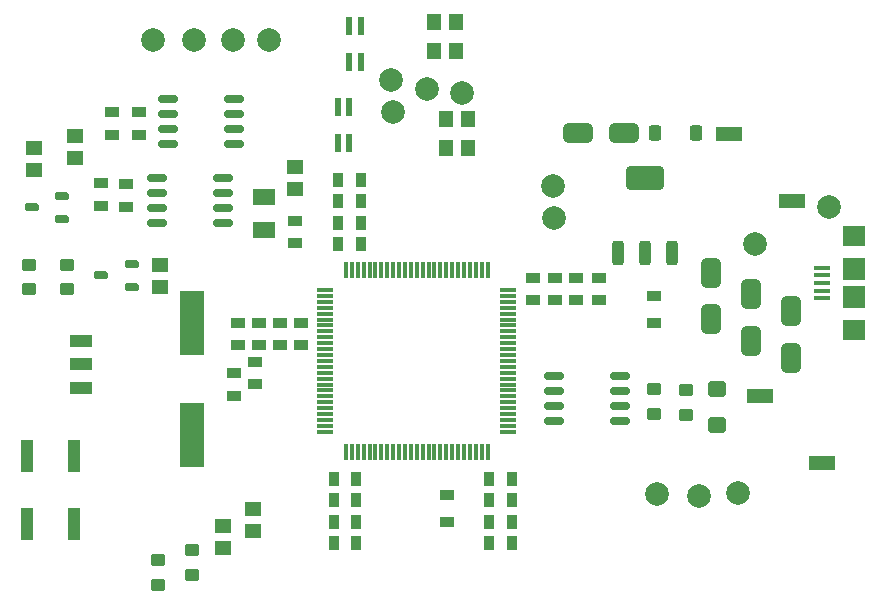
<source format=gtp>
G04*
G04 #@! TF.GenerationSoftware,Altium Limited,Altium Designer,23.11.1 (41)*
G04*
G04 Layer_Color=8421504*
%FSLAX44Y44*%
%MOMM*%
G71*
G04*
G04 #@! TF.SameCoordinates,F90B74AA-C0B1-4B74-A68C-C3C570C8A3A3*
G04*
G04*
G04 #@! TF.FilePolarity,Positive*
G04*
G01*
G75*
%ADD17R,2.2000X1.3000*%
G04:AMPARAMS|DCode=18|XSize=1.2mm|YSize=1.1mm|CornerRadius=0.275mm|HoleSize=0mm|Usage=FLASHONLY|Rotation=180.000|XOffset=0mm|YOffset=0mm|HoleType=Round|Shape=RoundedRectangle|*
%AMROUNDEDRECTD18*
21,1,1.2000,0.5500,0,0,180.0*
21,1,0.6500,1.1000,0,0,180.0*
1,1,0.5500,-0.3250,0.2750*
1,1,0.5500,0.3250,0.2750*
1,1,0.5500,0.3250,-0.2750*
1,1,0.5500,-0.3250,-0.2750*
%
%ADD18ROUNDEDRECTD18*%
%ADD19R,1.3000X0.9000*%
%ADD20R,2.0000X5.5000*%
%ADD21R,1.3500X1.1500*%
G04:AMPARAMS|DCode=22|XSize=0.65mm|YSize=1.2mm|CornerRadius=0.1625mm|HoleSize=0mm|Usage=FLASHONLY|Rotation=270.000|XOffset=0mm|YOffset=0mm|HoleType=Round|Shape=RoundedRectangle|*
%AMROUNDEDRECTD22*
21,1,0.6500,0.8750,0,0,270.0*
21,1,0.3250,1.2000,0,0,270.0*
1,1,0.3250,-0.4375,-0.1625*
1,1,0.3250,-0.4375,0.1625*
1,1,0.3250,0.4375,0.1625*
1,1,0.3250,0.4375,-0.1625*
%
%ADD22ROUNDEDRECTD22*%
%ADD23R,1.1500X1.3500*%
%ADD24C,2.0000*%
G04:AMPARAMS|DCode=25|XSize=1mm|YSize=2.1mm|CornerRadius=0.25mm|HoleSize=0mm|Usage=FLASHONLY|Rotation=180.000|XOffset=0mm|YOffset=0mm|HoleType=Round|Shape=RoundedRectangle|*
%AMROUNDEDRECTD25*
21,1,1.0000,1.6000,0,0,180.0*
21,1,0.5000,2.1000,0,0,180.0*
1,1,0.5000,-0.2500,0.8000*
1,1,0.5000,0.2500,0.8000*
1,1,0.5000,0.2500,-0.8000*
1,1,0.5000,-0.2500,-0.8000*
%
%ADD25ROUNDEDRECTD25*%
G04:AMPARAMS|DCode=26|XSize=3.3mm|YSize=2.1mm|CornerRadius=0.525mm|HoleSize=0mm|Usage=FLASHONLY|Rotation=180.000|XOffset=0mm|YOffset=0mm|HoleType=Round|Shape=RoundedRectangle|*
%AMROUNDEDRECTD26*
21,1,3.3000,1.0500,0,0,180.0*
21,1,2.2500,2.1000,0,0,180.0*
1,1,1.0500,-1.1250,0.5250*
1,1,1.0500,1.1250,0.5250*
1,1,1.0500,1.1250,-0.5250*
1,1,1.0500,-1.1250,-0.5250*
%
%ADD26ROUNDEDRECTD26*%
G04:AMPARAMS|DCode=27|XSize=0.65mm|YSize=1.7mm|CornerRadius=0.1625mm|HoleSize=0mm|Usage=FLASHONLY|Rotation=270.000|XOffset=0mm|YOffset=0mm|HoleType=Round|Shape=RoundedRectangle|*
%AMROUNDEDRECTD27*
21,1,0.6500,1.3750,0,0,270.0*
21,1,0.3250,1.7000,0,0,270.0*
1,1,0.3250,-0.6875,-0.1625*
1,1,0.3250,-0.6875,0.1625*
1,1,0.3250,0.6875,0.1625*
1,1,0.3250,0.6875,-0.1625*
%
%ADD27ROUNDEDRECTD27*%
%ADD28R,0.9000X1.3000*%
%ADD29R,1.4750X0.3000*%
%ADD30R,0.3000X1.4750*%
G04:AMPARAMS|DCode=31|XSize=1.3mm|YSize=1.1mm|CornerRadius=0.275mm|HoleSize=0mm|Usage=FLASHONLY|Rotation=270.000|XOffset=0mm|YOffset=0mm|HoleType=Round|Shape=RoundedRectangle|*
%AMROUNDEDRECTD31*
21,1,1.3000,0.5500,0,0,270.0*
21,1,0.7500,1.1000,0,0,270.0*
1,1,0.5500,-0.2750,-0.3750*
1,1,0.5500,-0.2750,0.3750*
1,1,0.5500,0.2750,0.3750*
1,1,0.5500,0.2750,-0.3750*
%
%ADD31ROUNDEDRECTD31*%
%ADD32R,1.9500X1.4000*%
%ADD33R,1.9000X1.0000*%
%ADD34R,1.0000X2.7500*%
%ADD35R,0.5500X1.5000*%
G04:AMPARAMS|DCode=36|XSize=1.7mm|YSize=2.5mm|CornerRadius=0.425mm|HoleSize=0mm|Usage=FLASHONLY|Rotation=90.000|XOffset=0mm|YOffset=0mm|HoleType=Round|Shape=RoundedRectangle|*
%AMROUNDEDRECTD36*
21,1,1.7000,1.6500,0,0,90.0*
21,1,0.8500,2.5000,0,0,90.0*
1,1,0.8500,0.8250,0.4250*
1,1,0.8500,0.8250,-0.4250*
1,1,0.8500,-0.8250,-0.4250*
1,1,0.8500,-0.8250,0.4250*
%
%ADD36ROUNDEDRECTD36*%
G04:AMPARAMS|DCode=37|XSize=1.7mm|YSize=2.5mm|CornerRadius=0.425mm|HoleSize=0mm|Usage=FLASHONLY|Rotation=0.000|XOffset=0mm|YOffset=0mm|HoleType=Round|Shape=RoundedRectangle|*
%AMROUNDEDRECTD37*
21,1,1.7000,1.6500,0,0,0.0*
21,1,0.8500,2.5000,0,0,0.0*
1,1,0.8500,0.4250,-0.8250*
1,1,0.8500,-0.4250,-0.8250*
1,1,0.8500,-0.4250,0.8250*
1,1,0.8500,0.4250,0.8250*
%
%ADD37ROUNDEDRECTD37*%
%ADD38R,1.9000X1.9000*%
%ADD39R,1.9000X1.8000*%
%ADD40R,1.3500X0.4000*%
G04:AMPARAMS|DCode=41|XSize=1.6mm|YSize=1.4mm|CornerRadius=0.35mm|HoleSize=0mm|Usage=FLASHONLY|Rotation=180.000|XOffset=0mm|YOffset=0mm|HoleType=Round|Shape=RoundedRectangle|*
%AMROUNDEDRECTD41*
21,1,1.6000,0.7000,0,0,180.0*
21,1,0.9000,1.4000,0,0,180.0*
1,1,0.7000,-0.4500,0.3500*
1,1,0.7000,0.4500,0.3500*
1,1,0.7000,0.4500,-0.3500*
1,1,0.7000,-0.4500,-0.3500*
%
%ADD41ROUNDEDRECTD41*%
D17*
X693433Y163683D02*
D03*
X640500Y220250D02*
D03*
X667433Y385683D02*
D03*
X614500Y442250D02*
D03*
D18*
X131000Y81500D02*
D03*
Y60500D02*
D03*
X578000Y204000D02*
D03*
Y225000D02*
D03*
X54000Y310500D02*
D03*
Y331500D02*
D03*
X22000D02*
D03*
Y310500D02*
D03*
X160000Y68500D02*
D03*
Y89500D02*
D03*
X551000Y205000D02*
D03*
Y226000D02*
D03*
D19*
X252000Y282500D02*
D03*
Y263500D02*
D03*
X199000Y282500D02*
D03*
Y263500D02*
D03*
X216000Y282500D02*
D03*
Y263500D02*
D03*
X234000Y282500D02*
D03*
Y263500D02*
D03*
X504000Y301500D02*
D03*
Y320500D02*
D03*
X485000Y301500D02*
D03*
Y320500D02*
D03*
X467000Y301500D02*
D03*
Y320500D02*
D03*
X448000Y301500D02*
D03*
Y320500D02*
D03*
X376000Y113500D02*
D03*
Y136500D02*
D03*
X551000Y282000D02*
D03*
Y305000D02*
D03*
X247000Y349500D02*
D03*
Y368500D02*
D03*
X104000Y399500D02*
D03*
Y380500D02*
D03*
X83000Y400500D02*
D03*
Y381500D02*
D03*
X213000Y249500D02*
D03*
Y230500D02*
D03*
X195000Y239500D02*
D03*
Y220500D02*
D03*
X92000Y460500D02*
D03*
Y441500D02*
D03*
X115000Y460500D02*
D03*
Y441500D02*
D03*
D20*
X160000Y187500D02*
D03*
Y282500D02*
D03*
D21*
X186000Y91750D02*
D03*
Y110250D02*
D03*
X211000Y105750D02*
D03*
Y124250D02*
D03*
X247000Y395750D02*
D03*
Y414250D02*
D03*
X61000Y440250D02*
D03*
Y421750D02*
D03*
X26000Y430250D02*
D03*
Y411750D02*
D03*
X133000Y331250D02*
D03*
Y312750D02*
D03*
D22*
X83000Y322500D02*
D03*
X109000Y332000D02*
D03*
Y313000D02*
D03*
X50000Y370500D02*
D03*
Y389500D02*
D03*
X24000Y380000D02*
D03*
D23*
X383250Y537000D02*
D03*
X364750D02*
D03*
X364500Y512000D02*
D03*
X383000D02*
D03*
X393250Y455000D02*
D03*
X374750D02*
D03*
X393250Y430000D02*
D03*
X374750D02*
D03*
D24*
X636000Y349000D02*
D03*
X465000Y398000D02*
D03*
X466000Y371000D02*
D03*
X699000Y380000D02*
D03*
X622000Y138000D02*
D03*
X330000Y461000D02*
D03*
X388000Y477000D02*
D03*
X328000Y488000D02*
D03*
X359000Y480000D02*
D03*
X127000Y522000D02*
D03*
X161000D02*
D03*
X225000D02*
D03*
X194000D02*
D03*
X553000Y137000D02*
D03*
X589000Y136000D02*
D03*
D25*
X520000Y341500D02*
D03*
X543000D02*
D03*
X566000D02*
D03*
D26*
X543000Y404500D02*
D03*
D27*
X466000Y237050D02*
D03*
Y224350D02*
D03*
Y211650D02*
D03*
Y198950D02*
D03*
X522000Y237050D02*
D03*
Y224350D02*
D03*
Y211650D02*
D03*
Y198950D02*
D03*
X186000Y366950D02*
D03*
Y379650D02*
D03*
Y392350D02*
D03*
Y405050D02*
D03*
X130000Y366950D02*
D03*
Y379650D02*
D03*
Y392350D02*
D03*
Y405050D02*
D03*
X195000Y433950D02*
D03*
Y446650D02*
D03*
Y459350D02*
D03*
Y472050D02*
D03*
X139000Y433950D02*
D03*
Y446650D02*
D03*
Y459350D02*
D03*
Y472050D02*
D03*
D28*
X302500Y403000D02*
D03*
X283500D02*
D03*
X302500Y385000D02*
D03*
X283500D02*
D03*
X302500Y367000D02*
D03*
X283500D02*
D03*
X302500Y349000D02*
D03*
X283500D02*
D03*
X279500Y96000D02*
D03*
X298500D02*
D03*
X279500Y114000D02*
D03*
X298500D02*
D03*
X279500Y132000D02*
D03*
X298500D02*
D03*
X279500Y150000D02*
D03*
X298500D02*
D03*
X411500Y96000D02*
D03*
X430500D02*
D03*
X411500Y114000D02*
D03*
X430500D02*
D03*
X411500Y132000D02*
D03*
X430500D02*
D03*
X411500Y150000D02*
D03*
X430500D02*
D03*
D29*
X272620Y310000D02*
D03*
Y305000D02*
D03*
Y300000D02*
D03*
Y295000D02*
D03*
Y290000D02*
D03*
Y285000D02*
D03*
Y280000D02*
D03*
Y275000D02*
D03*
Y270000D02*
D03*
Y265000D02*
D03*
Y260000D02*
D03*
Y255000D02*
D03*
Y250000D02*
D03*
Y245000D02*
D03*
Y240000D02*
D03*
Y235000D02*
D03*
Y230000D02*
D03*
Y225000D02*
D03*
Y220000D02*
D03*
Y215000D02*
D03*
Y210000D02*
D03*
Y205000D02*
D03*
Y200000D02*
D03*
Y195000D02*
D03*
Y190000D02*
D03*
X427380D02*
D03*
Y195000D02*
D03*
Y200000D02*
D03*
Y205000D02*
D03*
Y210000D02*
D03*
Y215000D02*
D03*
Y220000D02*
D03*
Y225000D02*
D03*
Y230000D02*
D03*
Y235000D02*
D03*
Y240000D02*
D03*
Y245000D02*
D03*
Y250000D02*
D03*
Y255000D02*
D03*
Y260000D02*
D03*
Y265000D02*
D03*
Y270000D02*
D03*
Y275000D02*
D03*
Y280000D02*
D03*
Y285000D02*
D03*
Y290000D02*
D03*
Y295000D02*
D03*
Y300000D02*
D03*
Y305000D02*
D03*
Y310000D02*
D03*
D30*
X290000Y172620D02*
D03*
X295000D02*
D03*
X300000D02*
D03*
X305000D02*
D03*
X310000D02*
D03*
X315000D02*
D03*
X320000D02*
D03*
X325000D02*
D03*
X330000D02*
D03*
X335000D02*
D03*
X340000D02*
D03*
X345000D02*
D03*
X350000D02*
D03*
X355000D02*
D03*
X360000D02*
D03*
X365000D02*
D03*
X370000D02*
D03*
X375000D02*
D03*
X380000D02*
D03*
X385000D02*
D03*
X390000D02*
D03*
X395000D02*
D03*
X400000D02*
D03*
X405000D02*
D03*
X410000D02*
D03*
Y327380D02*
D03*
X405000D02*
D03*
X400000D02*
D03*
X395000D02*
D03*
X390000D02*
D03*
X385000D02*
D03*
X380000D02*
D03*
X375000D02*
D03*
X370000D02*
D03*
X365000D02*
D03*
X360000D02*
D03*
X355000D02*
D03*
X350000D02*
D03*
X345000D02*
D03*
X340000D02*
D03*
X335000D02*
D03*
X330000D02*
D03*
X325000D02*
D03*
X320000D02*
D03*
X315000D02*
D03*
X310000D02*
D03*
X305000D02*
D03*
X300000D02*
D03*
X295000D02*
D03*
X290000D02*
D03*
D31*
X586500Y443000D02*
D03*
X551500D02*
D03*
D32*
X221000Y361000D02*
D03*
Y389000D02*
D03*
D33*
X65500Y267000D02*
D03*
Y247000D02*
D03*
Y227000D02*
D03*
D34*
X20000Y112250D02*
D03*
Y169750D02*
D03*
X60000Y112250D02*
D03*
Y169750D02*
D03*
D35*
X293000Y503000D02*
D03*
X303000Y533500D02*
D03*
X293000D02*
D03*
X303000Y503000D02*
D03*
X293000Y465250D02*
D03*
X283000Y434750D02*
D03*
X293000D02*
D03*
X283000Y465250D02*
D03*
D36*
X525750Y443000D02*
D03*
X486250D02*
D03*
D37*
X667000Y252500D02*
D03*
Y292000D02*
D03*
X633000Y267250D02*
D03*
Y306750D02*
D03*
X599000Y285250D02*
D03*
Y324750D02*
D03*
D38*
X720000Y304000D02*
D03*
Y328000D02*
D03*
D39*
Y276000D02*
D03*
Y356000D02*
D03*
D40*
X693250Y303000D02*
D03*
Y329000D02*
D03*
Y309500D02*
D03*
Y316000D02*
D03*
Y322500D02*
D03*
D41*
X604000Y226000D02*
D03*
Y196000D02*
D03*
M02*

</source>
